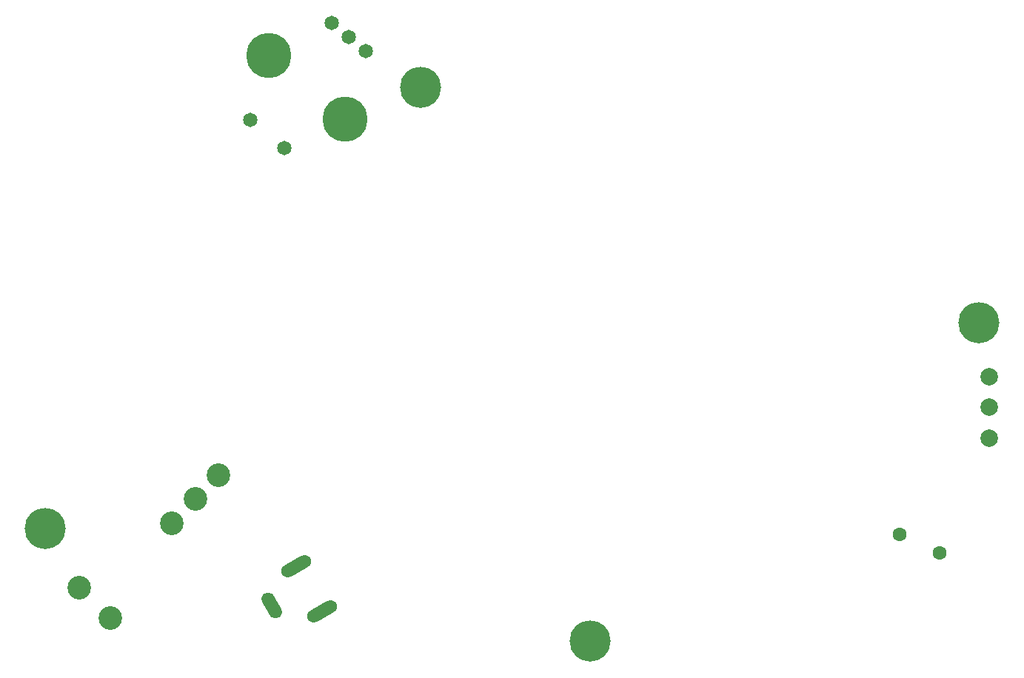
<source format=gbr>
%TF.GenerationSoftware,KiCad,Pcbnew,8.0.2*%
%TF.CreationDate,2024-12-22T17:19:01-06:00*%
%TF.ProjectId,LampBoardDesk,4c616d70-426f-4617-9264-4465736b2e6b,rev?*%
%TF.SameCoordinates,Original*%
%TF.FileFunction,Soldermask,Bot*%
%TF.FilePolarity,Negative*%
%FSLAX46Y46*%
G04 Gerber Fmt 4.6, Leading zero omitted, Abs format (unit mm)*
G04 Created by KiCad (PCBNEW 8.0.2) date 2024-12-22 17:19:01*
%MOMM*%
%LPD*%
G01*
G04 APERTURE LIST*
G04 Aperture macros list*
%AMHorizOval*
0 Thick line with rounded ends*
0 $1 width*
0 $2 $3 position (X,Y) of the first rounded end (center of the circle)*
0 $4 $5 position (X,Y) of the second rounded end (center of the circle)*
0 Add line between two ends*
20,1,$1,$2,$3,$4,$5,0*
0 Add two circle primitives to create the rounded ends*
1,1,$1,$2,$3*
1,1,$1,$4,$5*%
G04 Aperture macros list end*
%ADD10C,4.700000*%
%ADD11C,1.650000*%
%ADD12C,5.161000*%
%ADD13HorizOval,1.500000X-0.425000X0.736122X0.425000X-0.736122X0*%
%ADD14HorizOval,1.500000X0.952628X0.550000X-0.952628X-0.550000X0*%
%ADD15C,2.700000*%
%ADD16C,2.000000*%
%ADD17C,1.600000*%
G04 APERTURE END LIST*
D10*
%TO.C,H3*%
X16085891Y-73119257D03*
%TD*%
%TO.C,H4*%
X59000000Y-22650000D03*
%TD*%
%TO.C,H1*%
X122900000Y-49600000D03*
%TD*%
%TO.C,H2*%
X78400000Y-86000000D03*
%TD*%
D11*
%TO.C,SW1*%
X39597294Y-26395626D03*
X43427516Y-29609564D03*
X48917714Y-15287982D03*
X52747936Y-18501920D03*
X50832825Y-16894951D03*
D12*
X41645465Y-18976395D03*
X50378372Y-26304173D03*
%TD*%
D13*
%TO.C,J4*%
X42026861Y-81891684D03*
D14*
X47803879Y-82597773D03*
X44803879Y-77401621D03*
%TD*%
D15*
%TO.C,SW2*%
X35900782Y-66998701D03*
X33261080Y-69732193D03*
X30621381Y-72465683D03*
X20000868Y-79864652D03*
X23597568Y-83337946D03*
%TD*%
D16*
%TO.C,J3*%
X124100000Y-62750000D03*
X124100000Y-59250000D03*
X124100000Y-55750000D03*
%TD*%
D17*
%TO.C,C4*%
X113797978Y-73736734D03*
X118402022Y-75883634D03*
%TD*%
M02*

</source>
